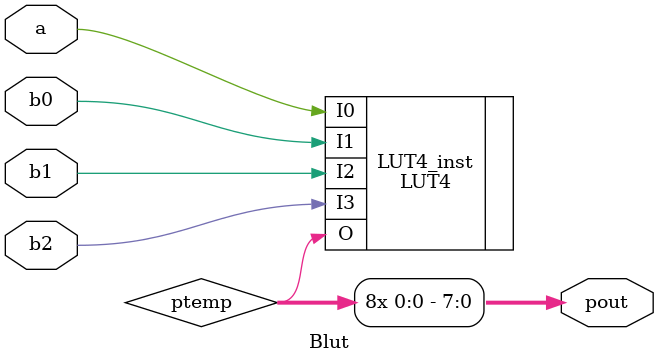
<source format=v>
`timescale 1ns / 1ps


module Blut(
input a,
input b0,
input b1,
input b2,
output [7:0]pout
    );
    wire ptemp;
    LUT4 #(
      .INIT(16'h15A8)  // Specify LUT Contents
   ) LUT4_inst (
      .O(ptemp),   // LUT general output
      .I0(a), // LUT input
      .I1(b0), // LUT input
      .I2(b1), // LUT input
      .I3(b2)  // LUT input
   );
   
   assign pout = {8{ptemp}};
    
endmodule

</source>
